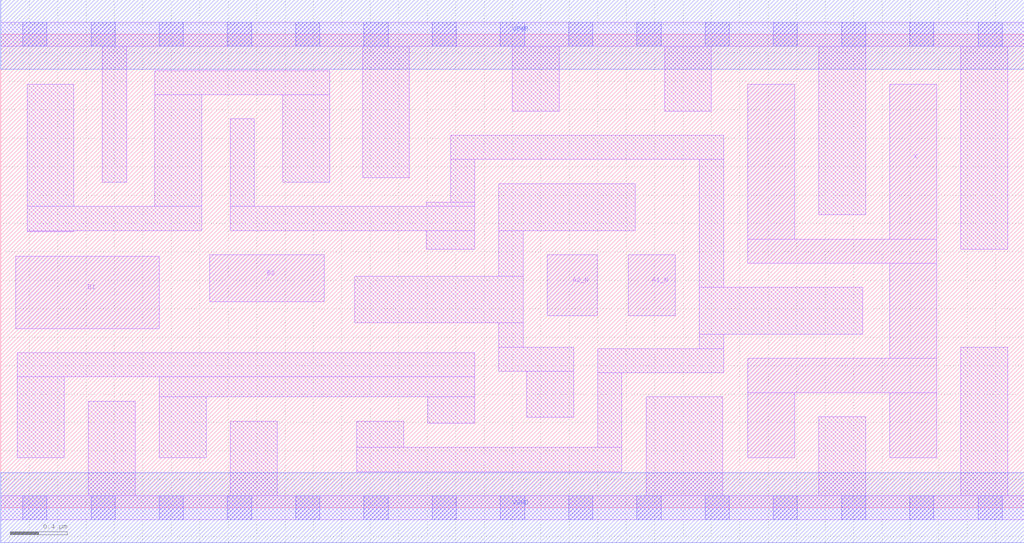
<source format=lef>
# Copyright 2020 The SkyWater PDK Authors
#
# Licensed under the Apache License, Version 2.0 (the "License");
# you may not use this file except in compliance with the License.
# You may obtain a copy of the License at
#
#     https://www.apache.org/licenses/LICENSE-2.0
#
# Unless required by applicable law or agreed to in writing, software
# distributed under the License is distributed on an "AS IS" BASIS,
# WITHOUT WARRANTIES OR CONDITIONS OF ANY KIND, either express or implied.
# See the License for the specific language governing permissions and
# limitations under the License.
#
# SPDX-License-Identifier: Apache-2.0

VERSION 5.7 ;
  NAMESCASESENSITIVE ON ;
  NOWIREEXTENSIONATPIN ON ;
  DIVIDERCHAR "/" ;
  BUSBITCHARS "[]" ;
UNITS
  DATABASE MICRONS 200 ;
END UNITS
MACRO sky130_fd_sc_ms__o2bb2a_4
  CLASS CORE ;
  SOURCE USER ;
  FOREIGN sky130_fd_sc_ms__o2bb2a_4 ;
  ORIGIN  0.000000  0.000000 ;
  SIZE  7.200000 BY  3.330000 ;
  SYMMETRY X Y ;
  SITE unit ;
  PIN A1_N
    ANTENNAGATEAREA  0.247200 ;
    DIRECTION INPUT ;
    USE SIGNAL ;
    PORT
      LAYER li1 ;
        RECT 4.415000 1.350000 4.745000 1.780000 ;
    END
  END A1_N
  PIN A2_N
    ANTENNAGATEAREA  0.247200 ;
    DIRECTION INPUT ;
    USE SIGNAL ;
    PORT
      LAYER li1 ;
        RECT 3.845000 1.350000 4.195000 1.780000 ;
    END
  END A2_N
  PIN B1
    ANTENNAGATEAREA  0.552000 ;
    DIRECTION INPUT ;
    USE SIGNAL ;
    PORT
      LAYER li1 ;
        RECT 0.105000 1.260000 1.115000 1.770000 ;
    END
  END B1
  PIN B2
    ANTENNAGATEAREA  0.552000 ;
    DIRECTION INPUT ;
    USE SIGNAL ;
    PORT
      LAYER li1 ;
        RECT 1.470000 1.450000 2.275000 1.780000 ;
    END
  END B2
  PIN X
    ANTENNADIFFAREA  1.244100 ;
    DIRECTION OUTPUT ;
    USE SIGNAL ;
    PORT
      LAYER li1 ;
        RECT 5.255000 0.350000 5.585000 0.810000 ;
        RECT 5.255000 0.810000 6.585000 1.050000 ;
        RECT 5.255000 1.720000 6.585000 1.890000 ;
        RECT 5.255000 1.890000 5.585000 2.980000 ;
        RECT 6.255000 0.350000 6.585000 0.810000 ;
        RECT 6.255000 1.050000 6.585000 1.720000 ;
        RECT 6.255000 1.890000 6.585000 2.980000 ;
    END
  END X
  PIN VGND
    DIRECTION INOUT ;
    USE GROUND ;
    PORT
      LAYER met1 ;
        RECT 0.000000 -0.245000 7.200000 0.245000 ;
    END
  END VGND
  PIN VPWR
    DIRECTION INOUT ;
    USE POWER ;
    PORT
      LAYER met1 ;
        RECT 0.000000 3.085000 7.200000 3.575000 ;
    END
  END VPWR
  OBS
    LAYER li1 ;
      RECT 0.000000 -0.085000 7.200000 0.085000 ;
      RECT 0.000000  3.245000 7.200000 3.415000 ;
      RECT 0.115000  0.350000 0.445000 0.920000 ;
      RECT 0.115000  0.920000 3.335000 1.090000 ;
      RECT 0.185000  1.940000 0.515000 1.950000 ;
      RECT 0.185000  1.950000 1.415000 2.120000 ;
      RECT 0.185000  2.120000 0.515000 2.980000 ;
      RECT 0.615000  0.085000 0.945000 0.750000 ;
      RECT 0.715000  2.290000 0.885000 3.245000 ;
      RECT 1.085000  2.120000 1.415000 2.905000 ;
      RECT 1.085000  2.905000 2.315000 3.075000 ;
      RECT 1.115000  0.350000 1.445000 0.780000 ;
      RECT 1.115000  0.780000 3.335000 0.920000 ;
      RECT 1.615000  0.085000 1.945000 0.610000 ;
      RECT 1.615000  1.950000 3.335000 2.120000 ;
      RECT 1.615000  2.120000 1.785000 2.735000 ;
      RECT 1.985000  2.290000 2.315000 2.905000 ;
      RECT 2.490000  1.300000 3.675000 1.630000 ;
      RECT 2.505000  0.255000 4.370000 0.425000 ;
      RECT 2.505000  0.425000 2.835000 0.610000 ;
      RECT 2.545000  2.320000 2.875000 3.245000 ;
      RECT 2.995000  1.820000 3.335000 1.950000 ;
      RECT 2.995000  2.120000 3.335000 2.150000 ;
      RECT 3.005000  0.595000 3.335000 0.780000 ;
      RECT 3.165000  2.150000 3.335000 2.450000 ;
      RECT 3.165000  2.450000 5.085000 2.620000 ;
      RECT 3.505000  0.960000 4.030000 1.130000 ;
      RECT 3.505000  1.130000 3.675000 1.300000 ;
      RECT 3.505000  1.630000 3.675000 1.950000 ;
      RECT 3.505000  1.950000 4.465000 2.280000 ;
      RECT 3.600000  2.790000 3.930000 3.245000 ;
      RECT 3.700000  0.635000 4.030000 0.960000 ;
      RECT 4.200000  0.425000 4.370000 0.950000 ;
      RECT 4.200000  0.950000 5.085000 1.120000 ;
      RECT 4.540000  0.085000 5.080000 0.780000 ;
      RECT 4.670000  2.790000 5.000000 3.245000 ;
      RECT 4.915000  1.120000 5.085000 1.220000 ;
      RECT 4.915000  1.220000 6.065000 1.550000 ;
      RECT 4.915000  1.550000 5.085000 2.450000 ;
      RECT 5.755000  0.085000 6.085000 0.640000 ;
      RECT 5.755000  2.060000 6.085000 3.245000 ;
      RECT 6.755000  0.085000 7.085000 1.130000 ;
      RECT 6.755000  1.820000 7.085000 3.245000 ;
    LAYER mcon ;
      RECT 0.155000 -0.085000 0.325000 0.085000 ;
      RECT 0.155000  3.245000 0.325000 3.415000 ;
      RECT 0.635000 -0.085000 0.805000 0.085000 ;
      RECT 0.635000  3.245000 0.805000 3.415000 ;
      RECT 1.115000 -0.085000 1.285000 0.085000 ;
      RECT 1.115000  3.245000 1.285000 3.415000 ;
      RECT 1.595000 -0.085000 1.765000 0.085000 ;
      RECT 1.595000  3.245000 1.765000 3.415000 ;
      RECT 2.075000 -0.085000 2.245000 0.085000 ;
      RECT 2.075000  3.245000 2.245000 3.415000 ;
      RECT 2.555000 -0.085000 2.725000 0.085000 ;
      RECT 2.555000  3.245000 2.725000 3.415000 ;
      RECT 3.035000 -0.085000 3.205000 0.085000 ;
      RECT 3.035000  3.245000 3.205000 3.415000 ;
      RECT 3.515000 -0.085000 3.685000 0.085000 ;
      RECT 3.515000  3.245000 3.685000 3.415000 ;
      RECT 3.995000 -0.085000 4.165000 0.085000 ;
      RECT 3.995000  3.245000 4.165000 3.415000 ;
      RECT 4.475000 -0.085000 4.645000 0.085000 ;
      RECT 4.475000  3.245000 4.645000 3.415000 ;
      RECT 4.955000 -0.085000 5.125000 0.085000 ;
      RECT 4.955000  3.245000 5.125000 3.415000 ;
      RECT 5.435000 -0.085000 5.605000 0.085000 ;
      RECT 5.435000  3.245000 5.605000 3.415000 ;
      RECT 5.915000 -0.085000 6.085000 0.085000 ;
      RECT 5.915000  3.245000 6.085000 3.415000 ;
      RECT 6.395000 -0.085000 6.565000 0.085000 ;
      RECT 6.395000  3.245000 6.565000 3.415000 ;
      RECT 6.875000 -0.085000 7.045000 0.085000 ;
      RECT 6.875000  3.245000 7.045000 3.415000 ;
  END
END sky130_fd_sc_ms__o2bb2a_4
END LIBRARY

</source>
